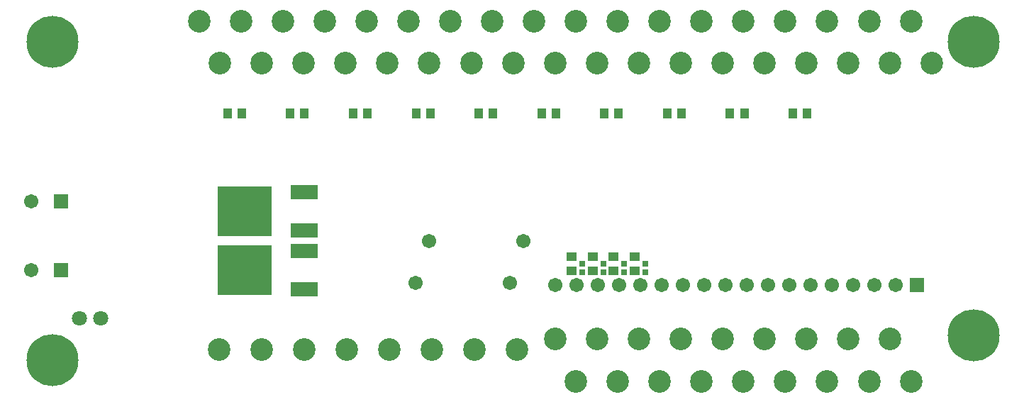
<source format=gbs>
%FSLAX44Y44*%
%MOMM*%
G71*
G01*
G75*
G04 Layer_Color=16711935*
%ADD10C,0.3000*%
%ADD11C,0.5000*%
%ADD12O,2.1500X0.6000*%
%ADD13R,3.0000X1.6000*%
%ADD14R,6.2000X5.8000*%
%ADD15O,0.7000X2.5000*%
%ADD16R,2.7000X1.0000*%
%ADD17R,2.7000X3.3000*%
%ADD18R,0.6300X0.8300*%
%ADD19R,1.0000X1.5000*%
G04:AMPARAMS|DCode=20|XSize=0.6mm|YSize=1.3mm|CornerRadius=0.15mm|HoleSize=0mm|Usage=FLASHONLY|Rotation=180.000|XOffset=0mm|YOffset=0mm|HoleType=Round|Shape=RoundedRectangle|*
%AMROUNDEDRECTD20*
21,1,0.6000,1.0000,0,0,180.0*
21,1,0.3000,1.3000,0,0,180.0*
1,1,0.3000,-0.1500,0.5000*
1,1,0.3000,0.1500,0.5000*
1,1,0.3000,0.1500,-0.5000*
1,1,0.3000,-0.1500,-0.5000*
%
%ADD20ROUNDEDRECTD20*%
%ADD21R,5.5000X3.2000*%
%ADD22R,0.6000X0.6000*%
%ADD23R,0.6000X0.6000*%
%ADD24R,0.9000X0.6000*%
%ADD25R,0.8300X0.6300*%
%ADD26R,1.0000X0.8000*%
%ADD27R,1.5000X2.1000*%
%ADD28R,3.0000X3.7500*%
%ADD29R,1.5000X1.0000*%
%ADD30R,0.6000X1.1000*%
%ADD31O,1.7000X0.3000*%
%ADD32R,0.4500X0.6000*%
%ADD33R,1.1000X0.6000*%
%ADD34C,1.8000*%
%ADD35C,1.5000*%
%ADD36C,2.0000*%
%ADD37C,0.7500*%
%ADD38C,1.0000*%
%ADD39C,0.2600*%
%ADD40C,0.2500*%
%ADD41C,2.5000*%
%ADD42C,1.5000*%
%ADD43R,1.5000X1.5000*%
%ADD44C,6.0000*%
%ADD45C,1.6000*%
%ADD46C,0.7000*%
%ADD47R,0.8000X1.0000*%
%ADD48C,0.7000*%
%ADD49C,0.1700*%
%ADD50C,0.2000*%
%ADD51C,0.2540*%
%ADD52C,0.1000*%
%ADD53C,0.1500*%
%ADD54O,2.3532X0.8032*%
%ADD55R,3.2032X1.8032*%
%ADD56R,6.4032X6.0032*%
%ADD57O,0.9032X2.7032*%
%ADD58R,2.9032X1.2032*%
%ADD59R,2.9032X3.5032*%
%ADD60R,0.8332X1.0332*%
%ADD61R,1.2032X1.7032*%
G04:AMPARAMS|DCode=62|XSize=0.8032mm|YSize=1.5032mm|CornerRadius=0.2516mm|HoleSize=0mm|Usage=FLASHONLY|Rotation=180.000|XOffset=0mm|YOffset=0mm|HoleType=Round|Shape=RoundedRectangle|*
%AMROUNDEDRECTD62*
21,1,0.8032,1.0000,0,0,180.0*
21,1,0.3000,1.5032,0,0,180.0*
1,1,0.5032,-0.1500,0.5000*
1,1,0.5032,0.1500,0.5000*
1,1,0.5032,0.1500,-0.5000*
1,1,0.5032,-0.1500,-0.5000*
%
%ADD62ROUNDEDRECTD62*%
%ADD63R,5.7032X3.4032*%
%ADD64R,0.8032X0.8032*%
%ADD65R,0.8032X0.8032*%
%ADD66R,1.1032X0.8032*%
%ADD67R,1.0332X0.8332*%
%ADD68R,1.2032X1.0032*%
%ADD69R,1.7032X2.3032*%
%ADD70R,3.2032X3.9532*%
%ADD71R,1.7032X1.2032*%
%ADD72R,0.8032X1.3032*%
%ADD73O,1.9032X0.5032*%
%ADD74R,0.6532X0.8032*%
%ADD75R,1.3032X0.8032*%
%ADD76C,2.7032*%
%ADD77C,1.7032*%
%ADD78R,1.7032X1.7032*%
%ADD79C,6.2032*%
%ADD80C,1.8032*%
%ADD81R,1.0032X1.2032*%
D55*
X350900Y180360D02*
D03*
Y134640D02*
D03*
X350900Y250360D02*
D03*
Y204640D02*
D03*
D56*
X279100Y157500D02*
D03*
X279100Y227500D02*
D03*
D64*
X757500Y155000D02*
D03*
Y165000D02*
D03*
X732500Y155000D02*
D03*
Y165000D02*
D03*
X707500Y155000D02*
D03*
Y165000D02*
D03*
X682500Y155000D02*
D03*
Y165000D02*
D03*
D68*
X745000Y156500D02*
D03*
Y173500D02*
D03*
X720000Y156500D02*
D03*
X720000Y173500D02*
D03*
X695000Y156500D02*
D03*
Y173500D02*
D03*
X670000Y156500D02*
D03*
X670000Y173500D02*
D03*
D76*
X925000Y25000D02*
D03*
X900000Y75000D02*
D03*
X975000Y25000D02*
D03*
X950000Y75000D02*
D03*
X1000000D02*
D03*
X1025000Y25000D02*
D03*
X1050000Y75000D02*
D03*
X1075000Y25000D02*
D03*
X850000Y75000D02*
D03*
X875000Y25000D02*
D03*
X800000Y75000D02*
D03*
X825000Y25000D02*
D03*
X750000Y75000D02*
D03*
X775000Y25000D02*
D03*
X700000Y75000D02*
D03*
X725000Y25000D02*
D03*
X675000D02*
D03*
X650000Y75000D02*
D03*
X1100000Y405000D02*
D03*
X1075000Y455000D02*
D03*
X1050000Y405000D02*
D03*
X1025000Y455000D02*
D03*
X1000000Y405000D02*
D03*
X975000Y455000D02*
D03*
X950000Y405000D02*
D03*
X925000Y455000D02*
D03*
X900000Y405000D02*
D03*
X875000Y455000D02*
D03*
X850000Y405000D02*
D03*
X825000Y455000D02*
D03*
X800000Y405000D02*
D03*
X775000Y455000D02*
D03*
X750000Y405000D02*
D03*
X725000Y455000D02*
D03*
X675000D02*
D03*
X700000Y405000D02*
D03*
X650000Y405000D02*
D03*
X625000Y455000D02*
D03*
X575000D02*
D03*
X600000Y405000D02*
D03*
X525000Y455000D02*
D03*
X550000Y405000D02*
D03*
X475000Y455000D02*
D03*
X500000Y405000D02*
D03*
X425000Y455000D02*
D03*
X450000Y405000D02*
D03*
X225000Y455000D02*
D03*
X250000Y405000D02*
D03*
X275000Y455000D02*
D03*
X300000Y405000D02*
D03*
X350000D02*
D03*
X325000Y455000D02*
D03*
X400000Y405000D02*
D03*
X375000Y455000D02*
D03*
X351000Y62500D02*
D03*
X401800D02*
D03*
X452600D02*
D03*
X503400D02*
D03*
X554200D02*
D03*
X605000D02*
D03*
X300200D02*
D03*
X249400D02*
D03*
D77*
X596000Y142500D02*
D03*
X612500Y192500D02*
D03*
X483500Y142500D02*
D03*
X500000Y192500D02*
D03*
X25000Y240000D02*
D03*
Y157500D02*
D03*
X650700Y140000D02*
D03*
X676100D02*
D03*
X701500D02*
D03*
X726900D02*
D03*
X752300D02*
D03*
X777700D02*
D03*
X803100D02*
D03*
X828500D02*
D03*
X853900D02*
D03*
X879300D02*
D03*
X904700D02*
D03*
X930100D02*
D03*
X955500D02*
D03*
X980900D02*
D03*
X1006300D02*
D03*
X1031700D02*
D03*
X1057100D02*
D03*
D78*
X60000Y240000D02*
D03*
Y157500D02*
D03*
X1082500Y140000D02*
D03*
D79*
X1150000Y80000D02*
D03*
Y430000D02*
D03*
X50000D02*
D03*
Y50000D02*
D03*
D80*
X82500Y100000D02*
D03*
X107900D02*
D03*
D81*
X951000Y345000D02*
D03*
X934000D02*
D03*
X876000Y345000D02*
D03*
X859000D02*
D03*
X801000D02*
D03*
X784000D02*
D03*
X726000D02*
D03*
X709000D02*
D03*
X651000D02*
D03*
X634000D02*
D03*
X576000D02*
D03*
X559000D02*
D03*
X501000D02*
D03*
X484000D02*
D03*
X426000D02*
D03*
X409000D02*
D03*
X351000D02*
D03*
X334000D02*
D03*
X276000D02*
D03*
X259000D02*
D03*
M02*

</source>
